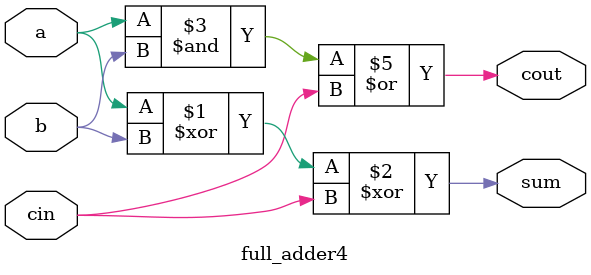
<source format=v>
module full_adder4(a,b,cin,sum,cout);
input a,b,cin;
output sum,cout;
assign sum = a^b^cin;
assign cout = a&b|cin&(1'b1); 
// initial begin
//     $display("The incorrect adder with or0 and and1 having out/1 and in1/1");
// end   
endmodule
</source>
